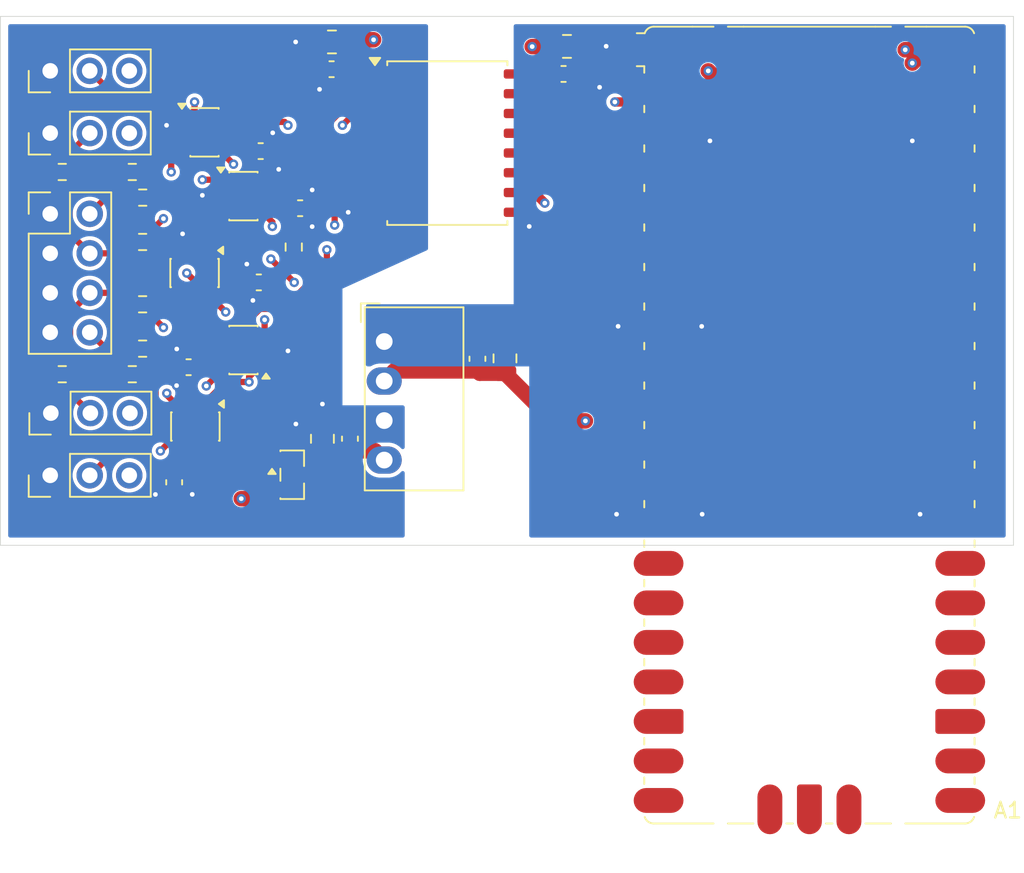
<source format=kicad_pcb>
(kicad_pcb (version 20241229) (generator "pcbnew") (generator_version "9.0")
  (layers (0 "F.Cu" signal) (4 "In1.Cu" signal "GND") (6 "In2.Cu" signal "PWR") (2 "B.Cu" signal) (13 "F.Paste" user) (15 "B.Paste" user) (5 "F.SilkS" user "F.Silkscreen") (7 "B.SilkS" user "B.Silkscreen") (1 "F.Mask" user) (3 "B.Mask" user) (25 "Edge.Cuts" user))
  (net 0 "")
  (net 2 "/+5V_USB")
  (net 4 "Net-(A1-GPIO3)")
  (net 9 "/GND")
  (net 11 "/+3V3")
  (net 25 "Net-(A1-GPIO5)")
  (net 26 "/PWM_SRC")
  (net 27 "Net-(A1-GPIO4)")
  (net 28 "Net-(A1-GPIO2)")
  (net 43 "/V_REF")
  (net 44 "/GND_ISO")
  (net 45 "/+5V_ISO")
  (net 46 "Net-(J1-Pin_2)")
  (net 47 "Net-(J1-Pin_8)")
  (net 48 "Net-(J1-Pin_4)")
  (net 49 "Net-(J1-Pin_6)")
  (net 50 "Net-(J2-Pin_2)")
  (net 51 "Net-(J3-Pin_2)")
  (net 52 "Net-(J4-Pin_2)")
  (net 53 "Net-(J5-Pin_2)")
  (net 54 "/PROT_CH1")
  (net 55 "/PROT_CH2")
  (net 56 "/PROT_CH3")
  (net 57 "/PROT_CH4")
  (net 58 "/PWM_FROM_ISO")
  (net 59 "Net-(U7-A1)")
  (net 60 "Net-(U7-A2)")
  (net 61 "Net-(U7-A3)")
  (net 62 "Net-(U7-A4)")
  (net 65 "/9V_UNREG")
  (footprint "Capacitor_SMD:C_0603_1608Metric" (layer "F.Cu") (at 30.616989 39.549449)
    (property "Reference" "C3" (hide yes))
    (property "Value" "100nF" (hide yes))
  )
  (footprint "Resistor_SMD:R_0603_1608Metric" (layer "F.Cu") (at 27 40)
    (property "Reference" "R8" (hide yes))
    (property "Value" "100k" (hide yes))
  )
  (footprint "Resistor_SMD:R_0603_1608Metric" (layer "F.Cu") (at 27.667931 28.648781 180)
    (property "Reference" "R1" (hide yes))
    (property "Value" "33R" (hide yes))
  )
  (footprint "Package_TO_SOT_SMD:SOT-23" (layer "F.Cu") (at 37.27398 46.462425)
    (property "Reference" "U8" (hide yes))
    (property "Value" "ME6203A50M3G" (hide yes))
  )
  (footprint "Capacitor_SMD:C_0603_1608Metric" (layer "F.Cu") (at 29.689293 46.947354 90)
    (property "Reference" "C2" (hide yes))
    (property "Value" "100nF" (hide yes))
  )
  (footprint "Capacitor_SMD:C_0805_2012Metric" (layer "F.Cu") (at 39.214241 44.150466 90)
    (property "Reference" "C10" (hide yes))
    (property "Value" "10uF" (hide yes))
  )
  (footprint "Package_TO_SOT_SMD:SOT-23-6" (layer "F.Cu") (at 31.6375 24.45)
    (property "Reference" "U3" (hide yes))
    (property "Value" "TLV3501AIDBV" (hide yes))
  )
  (footprint "Capacitor_SMD:C_0603_1608Metric" (layer "F.Cu") (at 54.704536 20.697718 180)
    (property "Reference" "C7" (hide yes))
    (property "Value" "100nF" (hide yes))
  )
  (footprint "Resistor_SMD:R_0603_1608Metric" (layer "F.Cu") (at 22.5 27)
    (property "Reference" "R6" (hide yes))
    (property "Value" "100k" (hide yes))
  )
  (footprint "Package_TO_SOT_SMD:SOT-23-6" (layer "F.Cu") (at 34.140688 38.445578 180)
    (property "Reference" "U4" (hide yes))
    (property "Value" "TLV3501AIDBV" (hide yes))
  )
  (footprint "Package_TO_SOT_SMD:SOT-23-6" (layer "F.Cu") (at 31.05 43.3625 -90)
    (property "Reference" "U5" (hide yes))
    (property "Value" "TLV3501AIDBV" (hide yes))
  )
  (footprint "Resistor_SMD:R_0603_1608Metric" (layer "F.Cu") (at 27.662266 35.50489)
    (property "Reference" "R3" (hide yes))
    (property "Value" "33R" (hide yes))
  )
  (footprint "Connector_PinHeader_2.54mm:PinHeader_1x03_P2.54mm_Vertical" (layer "F.Cu") (at 21.725 20.5 90)
    (property "Reference" "J2" (hide yes))
    (property "Value" "Conn_01x03" (hide yes))
  )
  (footprint "Resistor_SMD:R_0603_1608Metric" (layer "F.Cu") (at 27 27)
    (property "Reference" "R5" (hide yes))
    (property "Value" "100k" (hide yes))
  )
  (footprint "Package_TO_SOT_SMD:SOT-23-6" (layer "F.Cu") (at 31 33.493835 -90)
    (property "Reference" "U6" (hide yes))
    (property "Value" "SRV05-4" (hide yes))
  )
  (footprint "Connector_PinHeader_2.54mm:PinHeader_1x03_P2.54mm_Vertical" (layer "F.Cu") (at 21.725 46.5 90)
    (property "Reference" "J5" (hide yes))
    (property "Value" "Conn_01x03" (hide yes))
  )
  (footprint "Capacitor_SMD:C_0603_1608Metric" (layer "F.Cu") (at 37.781896 29.329814 180)
    (property "Reference" "C4" (hide yes))
    (property "Value" "100nF" (hide yes))
  )
  (footprint "Connector_PinHeader_2.54mm:PinHeader_1x03_P2.54mm_Vertical" (layer "F.Cu") (at 21.765 42.5 90)
    (property "Reference" "J4" (hide yes))
    (property "Value" "Conn_01x03" (hide yes))
  )
  (footprint "Capacitor_SMD:C_0603_1608Metric" (layer "F.Cu") (at 39.802483 20.393417 180)
    (property "Reference" "C6" (hide yes))
    (property "Value" "100nF" (hide yes))
  )
  (footprint "Capacitor_SMD:C_0805_2012Metric" (layer "F.Cu") (at 50.941834 38.982714 -90)
    (property "Reference" "C11" (hide yes))
    (property "Value" "10uF" (hide yes))
  )
  (footprint "Capacitor_SMD:C_0603_1608Metric" (layer "F.Cu") (at 40.982067 44.145108 90)
    (property "Reference" "C9" (hide yes))
    (property "Value" "100nF" (hide yes))
  )
  (footprint "Connector_PinHeader_2.54mm:PinHeader_2x04_P2.54mm_Vertical" (layer "F.Cu") (at 21.725 29.69)
    (property "Reference" "J1" (hide yes))
    (property "Value" "Conn_02x04" (hide yes))
  )
  (footprint "Module:RaspberryPi_Pico_SMD" (layer "F.Cu") (at 70.5 43.27)
    (property "Reference" "A1")
    (property "Value" "RaspberryPi_Pico")
  )
  (footprint "Resistor_SMD:R_0603_1608Metric" (layer "F.Cu") (at 27.662266 31.498597)
    (property "Reference" "R2" (hide yes))
    (property "Value" "33R" (hide yes))
  )
  (footprint "Connector_PinHeader_2.54mm:PinHeader_1x03_P2.54mm_Vertical" (layer "F.Cu") (at 21.725 24.5 90)
    (property "Reference" "J3" (hide yes))
    (property "Value" "Conn_01x03" (hide yes))
  )
  (footprint "Capacitor_SMD:C_0805_2012Metric" (layer "F.Cu") (at 39.82566 18.64092 180)
    (property "Reference" "C12" (hide yes))
    (property "Value" "10uF" (hide yes))
  )
  (footprint "Converter_DCDC:Converter_DCDC_Murata_MEE1SxxxxSC_THT" (layer "F.Cu") (at 43.18388 37.899095)
    (property "Reference" "PS1" (hide yes))
    (property "Value" "B0509S-1W" (hide yes))
  )
  (footprint "Capacitor_SMD:C_0603_1608Metric" (layer "F.Cu") (at 35.247264 25.658842 180)
    (property "Reference" "C5" (hide yes))
    (property "Value" "100nF" (hide yes))
  )
  (footprint "Resistor_SMD:R_0603_1608Metric" (layer "F.Cu") (at 37.371403 31.827268 90)
    (property "Reference" "R9" (hide yes))
    (property "Value" "1k" (hide yes))
  )
  (footprint "Resistor_SMD:R_0603_1608Metric" (layer "F.Cu") (at 27.66295 38.355858 180)
    (property "Reference" "R4" (hide yes))
    (property "Value" "33R" (hide yes))
  )
  (footprint "Package_SO:SOIC-16W_7.5x10.3mm_P1.27mm" (layer "F.Cu") (at 47.23751 25.144671)
    (property "Reference" "U7" (hide yes))
    (property "Value" "Si8661BD-B-IS" (hide yes))
  )
  (footprint "Capacitor_SMD:C_0603_1608Metric" (layer "F.Cu") (at 49.17181 39.008181 -90)
    (property "Reference" "C8" (hide yes))
    (property "Value" "100nF" (hide yes))
  )
  (footprint "Capacitor_SMD:C_0603_1608Metric" (layer "F.Cu") (at 35.127268 34.097731)
    (property "Reference" "C1" (hide yes))
    (property "Value" "1uF" (hide yes))
  )
  (footprint "Package_TO_SOT_SMD:SOT-23-6" (layer "F.Cu") (at 34.1375 28.55)
    (property "Reference" "U2" (hide yes))
    (property "Value" "TLV3501AIDBV" (hide yes))
  )
  (footprint "Capacitor_SMD:C_0805_2012Metric" (layer "F.Cu") (at 54.92458 18.928079 180)
    (property "Reference" "C13" (hide yes))
    (property "Value" "10uF" (hide yes))
  )
  (footprint "Resistor_SMD:R_0603_1608Metric" (layer "F.Cu") (at 22.5 40)
    (property "Reference" "R7" (hide yes))
    (property "Value" "100k" (hide yes))
  )
  (gr_rect (start 18.525961 17) (end 83.61 51) (stroke (width 0.05)) (fill no) (layer "Edge.Cuts"))
  (segment (start 80.19 19.14) (end 77.97 19.14) (width 1) (layer "F.Cu") (net 2))
  (segment (start 49.17181 39.783181) (end 43.839794 39.783181) (width 1) (layer "F.Cu") (net 2))
  (segment (start 50.941834 39.932714) (end 49.321343 39.932714) (width 1) (layer "F.Cu") (net 2))
  (segment (start 56.11 43) (end 54.00912 43) (width 1) (layer "F.Cu") (net 2))
  (segment (start 49.321343 39.932714) (end 49.17181 39.783181) (width 1) (layer "F.Cu") (net 2))
  (segment (start 77.97 19.14) (end 76.661009 19.14) (width 1) (layer "F.Cu") (net 2))
  (segment (start 76.661009 19.14) (end 76.655842 19.145167) (width 1) (layer "F.Cu") (net 2))
  (segment (start 77.97 19.14) (end 77.11 20) (width 1) (layer "F.Cu") (net 2))
  (segment (start 54.00912 43) (end 50.941834 39.932714) (width 1) (layer "F.Cu") (net 2))
  (segment (start 43.839794 39.783181) (end 43.18388 40.439095) (width 1) (layer "F.Cu") (net 2))
  (via (at 76.655842 19.145167) (size 0.6) (drill 0.3) (layers "F.Cu" "B.Cu") (net 2))
  (via (at 77.11 20) (size 0.6) (drill 0.3) (layers "F.Cu" "B.Cu") (net 2))
  (via (at 56.11 43) (size 0.6) (drill 0.3) (layers "F.Cu" "B.Cu") (net 2))
  (segment (start 54.408014 23.239671) (end 60.468343 29.3) (width 0.6) (layer "F.Cu") (net 4))
  (segment (start 51.88751 23.239671) (end 54.408014 23.239671) (width 0.6) (layer "F.Cu") (net 4))
  (segment (start 60.468343 29.3) (end 60.81 29.3) (width 0.6) (layer "F.Cu") (net 4))
  (segment (start 58.73 49.62) (end 58.11 49) (width 1) (layer "F.Cu") (net 9))
  (segment (start 57.432835 18.928079) (end 57.442729 18.918185) (width 1) (layer "F.Cu") (net 9))
  (segment (start 58.21 36.92) (end 52.054548 36.92) (width 1) (layer "F.Cu") (net 9))
  (segment (start 77.89 24.22) (end 77.11 25) (width 1) (layer "F.Cu") (net 9))
  (segment (start 58.21 36.92) (end 60.81 36.92) (width 1) (layer "F.Cu") (net 9))
  (segment (start 55.479536 20.697718) (end 56.163346 20.697718) (width 1) (layer "F.Cu") (net 9))
  (segment (start 49.372277 38.032714) (end 49.17181 38.233181) (width 1) (layer "F.Cu") (net 9))
  (segment (start 55.87458 20.302674) (end 55.479536 20.697718) (width 1) (layer "F.Cu") (net 9))
  (segment (start 49.17181 38.233181) (end 43.517966 38.233181) (width 1) (layer "F.Cu") (net 9))
  (segment (start 60.81 49.62) (end 62.99 49.62) (width 1) (layer "F.Cu") (net 9))
  (segment (start 63.575842 36.92) (end 63.579438 36.923596) (width 1) (layer "F.Cu") (net 9))
  (segment (start 80.19 49.62) (end 78.23 49.62) (width 1) (layer "F.Cu") (net 9))
  (segment (start 43.517966 38.233181) (end 43.18388 37.899095) (width 1) (layer "F.Cu") (net 9))
  (segment (start 56.163346 20.697718) (end 57.020671 21.555043) (width 1) (layer "F.Cu") (net 9))
  (segment (start 60.81 36.92) (end 63.575842 36.92) (width 1) (layer "F.Cu") (net 9))
  (segment (start 55.87458 18.928079) (end 57.432835 18.928079) (width 1) (layer "F.Cu") (net 9))
  (segment (start 78.23 49.62) (end 77.61 49) (width 1) (layer "F.Cu") (net 9))
  (segment (start 51.88751 29.589671) (end 51.88751 29.88751) (width 0.6) (layer "F.Cu") (net 9))
  (segment (start 63.33 24.22) (end 64.11 25) (width 1) (layer "F.Cu") (net 9))
  (segment (start 50.941834 38.032714) (end 49.372277 38.032714) (width 1) (layer "F.Cu") (net 9))
  (segment (start 52.054548 36.92) (end 50.941834 38.032714) (width 1) (layer "F.Cu") (net 9))
  (segment (start 60.81 49.62) (end 58.73 49.62) (width 1) (layer "F.Cu") (net 9))
  (segment (start 62.99 49.62) (end 63.61 49) (width 1) (layer "F.Cu") (net 9))
  (segment (start 80.19 24.22) (end 77.89 24.22) (width 1) (layer "F.Cu") (net 9))
  (segment (start 55.87458 18.928079) (end 55.87458 20.302674) (width 1) (layer "F.Cu") (net 9))
  (segment (start 51.88751 29.88751) (end 52.5 30.5) (width 0.6) (layer "F.Cu") (net 9))
  (segment (start 60.81 24.22) (end 63.33 24.22) (width 1) (layer "F.Cu") (net 9))
  (via (at 57.020671 21.555043) (size 0.6) (drill 0.3) (layers "F.Cu" "B.Cu") (net 9))
  (via (at 52.5 30.5) (size 0.6) (drill 0.3) (layers "F.Cu" "B.Cu") (net 9))
  (via (at 58.11 49) (size 0.6) (drill 0.3) (layers "F.Cu" "B.Cu") (net 9))
  (via (at 64.11 25) (size 0.6) (drill 0.3) (layers "F.Cu" "B.Cu") (net 9))
  (via (at 63.61 49) (size 0.6) (drill 0.3) (layers "F.Cu" "B.Cu") (net 9))
  (via (at 77.11 25) (size 0.6) (drill 0.3) (layers "F.Cu" "B.Cu") (net 9))
  (via (at 63.579438 36.923596) (size 0.6) (drill 0.3) (layers "F.Cu" "B.Cu") (net 9))
  (via (at 57.442729 18.918185) (size 0.6) (drill 0.3) (layers "F.Cu" "B.Cu") (net 9))
  (via (at 77.61 49) (size 0.6) (drill 0.3) (layers "F.Cu" "B.Cu") (net 9))
  (via (at 58.21 36.92) (size 0.6) (drill 0.3) (layers "F.Cu" "B.Cu") (net 9))
  (segment (start 53.927583 20.699671) (end 53.929536 20.697718) (width 0.2) (layer "F.Cu") (net 11))
  (segment (start 52.689871 18.939795) (end 53.962864 18.939795) (width 1) (layer "F.Cu") (net 11))
  (segment (start 53.962864 18.939795) (end 53.97458 18.928079) (width 1) (layer "F.Cu") (net 11))
  (segment (start 51.88751 20.699671) (end 53.927583 20.699671) (width 0.6) (layer "F.Cu") (net 11))
  (segment (start 67.819 24.319) (end 64 20.5) (width 1) (layer "F.Cu") (net 11))
  (segment (start 53.97458 20.652674) (end 53.929536 20.697718) (width 1) (layer "F.Cu") (net 11))
  (segment (start 80.19 29.3) (end 78.3 29.3) (width 1) (layer "F.Cu") (net 11))
  (segment (start 53.97458 18.928079) (end 53.97458 20.652674) (width 1) (layer "F.Cu") (net 11))
  (segment (start 73.319 24.319) (end 78.3 29.3) (width 1) (layer "F.Cu") (net 11))
  (segment (start 73.319 24.319) (end 67.819 24.319) (width 1) (layer "F.Cu") (net 11))
  (via (at 64 20.5) (size 0.6) (drill 0.3) (layers "F.Cu" "B.Cu") (net 11))
  (via (at 52.689871 18.939795) (size 0.6) (drill 0.3) (layers "F.Cu" "B.Cu") (net 11))
  (segment (start 58 30.867162) (end 58 32.5) (width 0.6) (layer "F.Cu") (net 25))
  (segment (start 59.88 34.38) (end 60.81 34.38) (width 0.6) (layer "F.Cu") (net 25))
  (segment (start 58 32.5) (end 59.88 34.38) (width 0.6) (layer "F.Cu") (net 25))
  (segment (start 52.912509 25.779671) (end 58 30.867162) (width 0.6) (layer "F.Cu") (net 25))
  (segment (start 51.88751 25.779671) (end 52.912509 25.779671) (width 0.6) (layer "F.Cu") (net 25))
  (segment (start 51.88751 28.319671) (end 52.819671 28.319671) (width 0.6) (layer "F.Cu") (net 26))
  (segment (start 58 22.5) (end 59.99 22.5) (width 0.6) (layer "F.Cu") (net 26))
  (segment (start 52.819671 28.319671) (end 53.5 29) (width 0.6) (layer "F.Cu") (net 26))
  (segment (start 59.99 22.5) (end 60.81 21.68) (width 0.6) (layer "F.Cu") (net 26))
  (via (at 53.5 29) (size 0.6) (drill 0.3) (layers "F.Cu" "B.Cu") (net 26))
  (via (at 58 22.5) (size 0.6) (drill 0.3) (layers "F.Cu" "B.Cu") (net 26))
  (segment (start 53.121475 24.509671) (end 60.451804 31.84) (width 0.6) (layer "F.Cu") (net 27))
  (segment (start 60.451804 31.84) (end 60.81 31.84) (width 0.6) (layer "F.Cu") (net 27))
  (segment (start 51.88751 24.509671) (end 53.121475 24.509671) (width 0.6) (layer "F.Cu") (net 27))
  (segment (start 51.88751 21.969671) (end 55.635646 21.969671) (width 0.6) (layer "F.Cu") (net 28))
  (segment (start 60.425975 26.76) (end 60.81 26.76) (width 0.6) (layer "F.Cu") (net 28))
  (segment (start 55.635646 21.969671) (end 60.425975 26.76) (width 0.6) (layer "F.Cu") (net 28))
  (segment (start 37.371403 32.652268) (end 37.347731 32.652268) (width 0.2) (layer "F.Cu") (net 43))
  (segment (start 36.652268 33.347731) (end 35.902268 32.597731) (width 0.4) (layer "F.Cu") (net 43))
  (segment (start 34.5 40.175) (end 35.275 39.4) (width 0.4) (layer "F.Cu") (net 43))
  (segment (start 36.652268 33.347731) (end 35.902268 34.097731) (width 0.4) (layer "F.Cu") (net 43))
  (segment (start 33 40.5) (end 32 41.5) (width 0.4) (layer "F.Cu") (net 43))
  (segment (start 32 41.5) (end 32 42.225) (width 0.4) (layer "F.Cu") (net 43))
  (segment (start 31 22.5) (end 31 23) (width 0.4) (layer "F.Cu") (net 43))
  (segment (start 31.5 27.5) (end 32.9 27.5) (width 0.4) (layer "F.Cu") (net 43))
  (segment (start 31 23) (end 30.5 23.5) (width 0.4) (layer "F.Cu") (net 43))
  (segment (start 36.652268 33.347731) (end 37.402268 34.097731) (width 0.4) (layer "F.Cu") (net 43))
  (segment (start 32.9 27.5) (end 33 27.6) (width 0.4) (layer "F.Cu") (net 43))
  (segment (start 34.5 40.5) (end 34.5 40.175) (width 0.4) (layer "F.Cu") (net 43))
  (segment (start 34.5 40.5) (end 33 40.5) (width 0.4) (layer "F.Cu") (net 43))
  (segment (start 37.347731 32.652268) (end 36.652268 33.347731) (width 0.4) (layer "F.Cu") (net 43))
  (via (at 37.402268 34.097731) (size 0.6) (drill 0.3) (layers "F.Cu" "B.Cu") (net 43))
  (via (at 35.902268 32.597731) (size 0.6) (drill 0.3) (layers "F.Cu" "B.Cu") (net 43))
  (via (at 34.5 40.5) (size 0.6) (drill 0.3) (layers "F.Cu" "B.Cu") (net 43))
  (via (at 31.5 27.5) (size 0.6) (drill 0.3) (layers "F.Cu" "B.Cu") (net 43))
  (via (at 31 22.5) (size 0.6) (drill 0.3) (layers "F.Cu" "B.Cu") (net 43))
  (segment (start 29.841989 39.549449) (end 29.841989 40.728658) (width 0.4) (layer "F.Cu") (net 44))
  (segment (start 39.383883 43.370108) (end 39.214241 43.200466) (width 1) (layer "F.Cu") (net 44))
  (segment (start 39.027483 21.686522) (end 39.028339 21.687378) (width 1) (layer "F.Cu") (net 44))
  (segment (start 39.214241 43.200466) (end 37.508905 43.200466) (width 1) (layer "F.Cu") (net 44))
  (segment (start 37.508905 43.200466) (end 37.508905 44.34) (width 1) (layer "F.Cu") (net 44))
  (segment (start 38.556896 29.329814) (end 38.556896 30.510829) (width 0.4) (layer "F.Cu") (net 44))
  (segment (start 29.843524 40.730193) (end 30.217692 40.730193) (width 0.4) (layer "F.Cu") (net 44))
  (segment (start 39.214241 43.200466) (end 39.214241 41.91688) (width 1) (layer "F.Cu") (net 44))
  (segment (start 31.05 41.562501) (end 31.05 42.225) (width 0.4) (layer "F.Cu") (net 44))
  (segment (start 35.275 38.45) (end 36.95 38.45) (width 0.4) (layer "F.Cu") (net 44))
  (segment (start 30.849983 47.722354) (end 30.851051 47.723422) (width 0.2) (layer "F.Cu") (net 44))
  (segment (start 40.870873 29.589671) (end 40.869797 29.590747) (width 0.2) (layer "F.Cu") (net 44))
  (segment (start 30.5 24.45) (end 29.65 24.45) (width 0.4) (layer "F.Cu") (net 44))
  (segment (start 40.982067 43.370108) (end 42.792867 43.370108) (width 1) (layer "F.Cu") (net 44))
  (segment (start 29.689293 47.722354) (end 28.490219 47.722354) (width 0.4) (layer "F.Cu") (net 44))
  (segment (start 37.495459 18.64092) (end 37.494318 18.642061) (width 1) (layer "F.Cu") (net 44))
  (segment (start 42.792867 43.370108) (end 43.18388 42.979095) (width 1) (layer "F.Cu") (net 44))
  (segment (start 34.352268 34.097731) (end 34.352268 32.926081) (width 0.4) (layer "F.Cu") (net 44))
  (segment (start 38.556896 29.329814) (end 38.556896 28.15569) (width 0.4) (layer "F.Cu") (net 44))
  (segment (start 36.022264 24.483532) (end 36.021549 24.482817) (width 0.2) (layer "F.Cu") (net 44))
  (segment (start 34.352268 34.097731) (end 34.352268 34.862318) (width 0.4) (layer "F.Cu") (net 44))
  (segment (start 39.027483 20.393417) (end 39.027483 21.686522) (width 1) (layer "F.Cu") (net 44))
  (segment (start 36.022264 26.447093) (end 36.406357 26.831186) (width 0.4) (layer "F.Cu") (net 44))
  (segment (start 34.352268 34.862318) (end 34.747296 35.257346) (width 0.4) (layer "F.Cu") (net 44))
  (segment (start 31 31.7458) (end 30.230793 30.976593) (width 0.4) (layer "F.Cu") (net 44))
  (segment (start 38.87566 20.241594) (end 39.027483 20.393417) (width 1) (layer "F.Cu") (net 44))
  (segment (start 34.352268 32.926081) (end 34.355927 32.922422) (width 0.2) (layer "F.Cu") (net 44))
  (segment (start 31.55 28.55) (end 31.5 28.5) (width 0.2) (layer "F.Cu") (net 44))
  (segment (start 38.87566 18.64092) (end 37.495459 18.64092) (width 1) (layer "F.Cu") (net 44))
  (segment (start 36.022264 25.658842) (end 36.022264 24.483532) (width 0.4) (layer "F.Cu") (net 44))
  (segment (start 38.556896 30.510829) (end 38.555412 30.512313) (width 0.2) (layer "F.Cu") (net 44))
  (segment (start 30.217692 40.730193) (end 31.05 41.562501) (width 0.4) (layer "F.Cu") (net 44))
  (segment (start 38.556896 28.15569) (end 38.555412 28.154206) (width 0.2) (layer "F.Cu") (net 44))
  (segment (start 29.65 24.45) (end 29.2 24) (width 0.4) (layer "F.Cu") (net 44))
  (segment (start 40.982067 43.370108) (end 39.383883 43.370108) (width 1) (layer "F.Cu") (net 44))
  (segment (start 29.841989 39.549449) (end 29.841989 38.39203) (width 0.4) (layer "F.Cu") (net 44))
  (segment (start 31 32.356335) (end 31 31.7458) (width 0.4) (layer "F.Cu") (net 44))
  (segment (start 29.841989 40.728658) (end 29.843524 40.730193) (width 0.4) (layer "F.Cu") (net 44))
  (segment (start 33 28.55) (end 31.55 28.55) (width 0.4) (layer "F.Cu") (net 44))
  (segment (start 36.022264 25.658842) (end 36.022264 26.447093) (width 0.4) (layer "F.Cu") (net 44))
  (segment (start 29.841989 38.39203) (end 29.855927 38.378092) (width 0.4) (layer "F.Cu") (net 44))
  (segment (start 36.95 38.45) (end 37 38.5) (width 0.2) (layer "F.Cu") (net 44))
  (segment (start 37.508905 44.34) (end 36.33648 45.512425) (width 1) (layer "F.Cu") (net 44))
  (segment (start 29.689293 47.722354) (end 30.849983 47.722354) (width 0.4) (layer "F.Cu") (net 44))
  (segment (start 42.58751 29.589671) (end 40.870873 29.589671) (width 0.6) (layer "F.Cu") (net 44))
  (segment (start 38.87566 18.64092) (end 38.87566 20.241594) (width 1) (layer "F.Cu") (net 44))
  (segment (start 28.490219 47.722354) (end 28.483831 47.728742) (width 0.4) (layer "F.Cu") (net 44))
  (via (at 38.555412 28.154206) (size 0.6) (drill 0.3) (layers "F.Cu" "B.Cu") (net 44))
  (via (at 40.869797 29.590747) (size 0.6) (drill 0.3) (layers "F.Cu" "B.Cu") (net 44))
  (via (at 30.230793 30.976593) (size 0.6) (drill 0.3) (layers "F.Cu" "B.Cu") (net 44))
  (via (at 31.5 28.5) (size 0.6) (drill 0.3) (layers "F.Cu" "B.Cu") (net 44))
  (via (at 39.028339 21.687378) (size 0.6) (drill 0.3) (layers "F.Cu" "B.Cu") (net 44))
  (via (at 38.555412 30.512313) (size 0.6) (drill 0.3) (layers "F.Cu" "B.Cu") (net 44))
  (via (at 37.494318 18.642061) (size 0.6) (drill 0.3) (layers "F.Cu" "B.Cu") (net 44))
  (via (at 37 38.5) (size 0.6) (drill 0.3) (layers "F.Cu" "B.Cu") (net 44))
  (via (at 29.843524 40.730193) (size 0.6) (drill 0.3) (layers "F.Cu" "B.Cu") (net 44))
  (via (at 37.508905 43.200466) (size 0.6) (drill 0.3) (layers "F.Cu" "B.Cu") (net 44))
  (via (at 29.2 24) (size 0.6) (drill 0.3) (layers "F.Cu" "B.Cu") (net 44))
  (via (at 36.021549 24.482817) (size 0.6) (drill 0.3) (layers "F.Cu" "B.Cu") (net 44))
  (via (at 29.855927 38.378092) (size 0.6) (drill 0.3) (layers "F.Cu" "B.Cu") (net 44))
  (via (at 39.214241 41.91688) (size 0.6) (drill 0.3) (layers "F.Cu" "B.Cu") (net 44))
  (via (at 30.851051 47.723422) (size 0.6) (drill 0.3) (layers "F.Cu" "B.Cu") (net 44))
  (via (at 36.406357 26.831186) (size 0.6) (drill 0.3) (layers "F.Cu" "B.Cu") (net 44))
  (via (at 34.747296 35.257346) (size 0.6) (drill 0.3) (layers "F.Cu" "B.Cu") (net 44))
  (via (at 28.483831 47.728742) (size 0.6) (drill 0.3) (layers "F.Cu" "B.Cu") (net 44))
  (via (at 34.355927 32.922422) (size 0.6) (drill 0.3) (layers "F.Cu" "B.Cu") (net 44))
  (segment (start 33.644072 37.5) (end 34.147766 38.003694) (width 0.2) (layer "F.Cu") (net 45))
  (segment (start 32.148791 23.5) (end 31.623138 24.025653) (width 0.2) (layer "F.Cu") (net 45))
  (segment (start 40.883737 20.699671) (end 40.577483 20.393417) (width 0.6) (layer "F.Cu") (net 45))
  (segment (start 33.003188 39.506862) (end 31.755025 40.755025) (width 0.4) (layer "F.Cu") (net 45))
  (segment (start 31.623138 24.910637) (end 32.112501 25.4) (width 0.2) (layer "F.Cu") (net 45))
  (segment (start 32.775 23.5) (end 32.148791 23.5) (width 0.2) (layer "F.Cu") (net 45))
  (segment (start 31.474207 43.337877) (end 32 43.86367) (width 0.2) (layer "F.Cu") (net 45))
  (segment (start 30.599624 43.337877) (end 30.1 43.837501) (width 0.2) (layer "F.Cu") (net 45))
  (segment (start 29.240965 44.5) (end 28.806978 44.933987) (width 0.4) (layer "F.Cu") (net 45))
  (segment (start 32 43.86367) (end 32 44.5) (width 0.2) (layer "F.Cu") (net 45))
  (segment (start 34.116728 28.095504) (end 34.116728 29.004227) (width 0.2) (layer "F.Cu") (net 45))
  (segment (start 33 37.5) (end 33.644072 37.5) (width 0.2) (layer "F.Cu") (net 45))
  (segment (start 34 48) (end 35.748905 48) (width 1) (layer "F.Cu") (net 45))
  (segment (start 40.77566 20.19524) (end 40.577483 20.393417) (width 1) (layer "F.Cu") (net 45))
  (segment (start 33.5 25.658842) (end 33.033842 25.658842) (width 0.4) (layer "F.Cu") (net 45))
  (segment (start 36 30.225) (end 35.275 29.5) (width 0.4) (layer "F.Cu") (net 45))
  (segment (start 36 30.5) (end 36 30.225) (width 0.4) (layer "F.Cu") (net 45))
  (segment (start 34.472264 25.658842) (end 33.5 25.658842) (width 0.4) (layer "F.Cu") (net 45))
  (segment (start 42.58751 20.699671) (end 40.883737 20.699671) (width 0.6) (layer "F.Cu") (net 45))
  (segment (start 32.775 25.775) (end 33.5 26.5) (width 0.4) (layer "F.Cu") (net 45))
  (segment (start 32.850551 39.549449) (end 33 39.4) (width 0.4) (layer "F.Cu") (net 45))
  (segment (start 42.5 18.5) (end 40.91658 18.5) (width 1) (layer "F.Cu") (net 45))
  (segment (start 32.112501 25.4) (end 32.775 25.4) (width 0.2) (layer "F.Cu") (net 45))
  (segment (start 40.77566 18.64092) (end 40.77566 20.19524) (width 1) (layer "F.Cu") (net 45))
  (segment (start 37.006896 29.329814) (end 35.445186 29.329814) (width 0.4) (layer "F.Cu") (net 45))
  (segment (start 30.1 43.837501) (end 30.1 44.5) (width 0.2) (layer "F.Cu") (net 45))
  (segment (start 32.775 25.4) (end 32.775 25.775) (width 0.4) (layer "F.Cu") (net 45))
  (segment (start 34.116728 29.004227) (end 34.612501 29.5) (width 0.2) (layer "F.Cu") (net 45))
  (segment (start 34.612501 29.5) (end 35.275 29.5) (width 0.2) (layer "F.Cu") (net 45))
  (segment (start 34.147766 38.003694) (end 34.147766 38.914733) (width 0.2) (layer "F.Cu") (net 45))
  (segment (start 31.474207 43.337877) (end 30.599624 43.337877) (width 0.2) (layer "F.Cu") (net 45))
  (segment (start 30.5 33.5) (end 31 34) (width 0.4) (layer "F.Cu") (net 45))
  (segment (start 29.689293 46.172354) (end 29.689293 44.910707) (width 0.4) (layer "F.Cu") (net 45))
  (segment (start 33.662499 39.4) (end 33 39.4) (width 0.2) (layer "F.Cu") (net 45))
  (segment (start 31.391989 39.549449) (end 32.850551 39.549449) (width 0.4) (layer "F.Cu") (net 45))
  (segment (start 33.033842 25.658842) (end 32.775 25.4) (width 0.4) (layer "F.Cu") (net 45))
  (segment (start 33.003188 39.395578) (end 33.003188 39.506862) (width 0.2) (layer "F.Cu") (net 45))
  (segment (start 34.612232 27.6) (end 34.116728 28.095504) (width 0.2) (layer "F.Cu") (net 45))
  (segment (start 35.275 27.6) (end 34.612232 27.6) (width 0.2) (layer "F.Cu") (net 45))
  (segment (start 34.147766 38.914733) (end 33.662499 39.4) (width 0.2) (layer "F.Cu") (net 45))
  (segment (start 31 34) (end 31 34.631335) (width 0.4) (layer "F.Cu") (net 45))
  (segment (start 35.748905 48) (end 36.33648 47.412425) (width 1) (layer "F.Cu") (net 45))
  (segment (start 30.1 44.5) (end 29.240965 44.5) (width 0.4) (layer "F.Cu") (net 45))
  (segment (start 31.623138 24.025653) (end 31.623138 24.910637) (width 0.2) (layer "F.Cu") (net 45))
  (segment (start 29.689293 44.910707) (end 30.1 44.5) (width 0.4) (layer "F.Cu") (net 45))
  (segment (start 35.445186 29.329814) (end 35.275 29.5) (width 0.4) (layer "F.Cu") (net 45))
  (segment (start 40.91658 18.5) (end 40.77566 18.64092) (width 1) (layer "F.Cu") (net 45))
  (via (at 33.5 26.5) (size 0.6) (drill 0.3) (layers "F.Cu" "B.Cu") (net 45))
  (via (at 28.806978 44.933987) (size 0.6) (drill 0.3) (layers "F.Cu" "B.Cu") (net 45))
  (via (at 36 30.5) (size 0.6) (drill 0.3) (layers "F.Cu" "B.Cu") (net 45))
  (via (at 30.5 33.5) (size 0.6) (drill 0.3) (layers "F.Cu" "B.Cu") (net 45))
  (via (at 31.755025 40.755025) (size 0.6) (drill 0.3) (layers "F.Cu" "B.Cu") (net 45))
  (via (at 42.5 18.5) (size 0.6) (drill 0.3) (layers "F.Cu" "B.Cu") (net 45))
  (via (at 34 48) (size 0.6) (drill 0.3) (layers "F.Cu" "B.Cu") (net 45))
  (segment (start 25.306219 28.648781) (end 26.175 27.78) (width 0.4) (layer "F.Cu") (net 46))
  (segment (start 24.265 29.69) (end 25.306219 28.648781) (width 0.4) (layer "F.Cu") (net 46))
  (segment (start 26.175 27.78) (end 26.175 27) (width 0.4) (layer "F.Cu") (net 46))
  (segment (start 25.306219 28.648781) (end 26.842931 28.648781) (width 0.4) (layer "F.Cu") (net 46))
  (segment (start 25.310858 38.355858) (end 26.175 39.22) (width 0.4) (layer "F.Cu") (net 47))
  (segment (start 24.265 37.31) (end 25.310858 38.355858) (width 0.4) (layer "F.Cu") (net 47))
  (segment (start 25.310858 38.355858) (end 26.83795 38.355858) (width 0.4) (layer "F.Cu") (net 47))
  (segment (start 26.175 39.22) (end 26.175 40) (width 0.4) (layer "F.Cu") (net 47))
  (segment (start 22.976 28.301) (end 21.675 27) (width 0.4) (layer "F.Cu") (net 48))
  (segment (start 22.976 30.941) (end 22.976 28.301) (width 0.4) (layer "F.Cu") (net 48))
  (segment (start 24.265 32.23) (end 26.105863 32.23) (width 0.4) (layer "F.Cu") (net 48))
  (segment (start 24.265 32.23) (end 22.976 30.941) (width 0.4) (layer "F.Cu") (net 48))
  (segment (start 26.105863 32.23) (end 26.837266 31.498597) (width 0.4) (layer "F.Cu") (net 48))
  (segment (start 23 38.675) (end 21.675 40) (width 0.4) (layer "F.Cu") (net 49))
  (segment (start 24.265 34.77) (end 23 36.035) (width 0.4) (layer "F.Cu") (net 49))
  (segment (start 26.102376 34.77) (end 26.837266 35.50489) (width 0.4) (layer "F.Cu") (net 49))
  (segment (start 24.265 34.77) (end 26.102376 34.77) (width 0.4) (layer "F.Cu") (net 49))
  (segment (start 23 36.035) (end 23 38.675) (width 0.4) (layer "F.Cu") (net 49))
  (segment (start 26.265 22.5) (end 24.265 20.5) (width 0.4) (layer "F.Cu") (net 50))
  (segment (start 27.825 27) (end 28.5 26.325) (width 0.4) (layer "F.Cu") (net 50))
  (segment (start 28.5 26.325) (end 28.5 23) (width 0.4) (layer "F.Cu") (net 50))
  (segment (start 28 22.5) (end 26.265 22.5) (width 0.4) (layer "F.Cu") (net 50))
  (segment (start 28.5 23) (end 28 22.5) (width 0.4) (layer "F.Cu") (net 50))
  (segment (start 23.325 25.44) (end 24.265 24.5) (width 0.4) (layer "F.Cu") (net 51))
  (segment (start 23.325 27) (end 23.325 25.44) (width 0.4) (layer "F.Cu") (net 51))
  (segment (start 23.325 40) (end 23.325 41.52) (width 0.4) (layer "F.Cu") (net 52))
  (segment (start 23.325 41.52) (end 24.305 42.5) (width 0.4) (layer "F.Cu") (net 52))
  (segment (start 24.298789 46.5) (end 24.265 46.5) (width 0.4) (layer "F.Cu") (net 53))
  (segment (start 27.825 40.060263) (end 28.5 40.735263) (width 0.4) (layer "F.Cu") (net 53))
  (segment (start 28.5 44.033789) (end 27.986763 44.547026) (width 0.4) (layer "F.Cu") (net 53))
  (segment (start 26.251763 44.547026) (end 24.298789 46.5) (width 0.4) (layer "F.Cu") (net 53))
  (segment (start 27.986763 44.547026) (end 26.251763 44.547026) (width 0.4) (layer "F.Cu") (net 53))
  (segment (start 27.825 40) (end 27.825 40.060263) (width 0.4) (layer "F.Cu") (net 53))
  (segment (start 28.5 40.735263) (end 28.5 44.033789) (width 0.4) (layer "F.Cu") (net 53))
  (segment (start 33 31.306335) (end 33 29.5) (width 0.4) (layer "F.Cu") (net 54))
  (segment (start 28.892931 28.648781) (end 31.95 31.70585) (width 0.4) (layer "F.Cu") (net 54))
  (segment (start 31.95 32.356335) (end 33 31.306335) (width 0.4) (layer "F.Cu") (net 54))
  (segment (start 28.492931 28.648781) (end 28.892931 28.648781) (width 0.4) (layer "F.Cu") (net 54))
  (segment (start 31.95 31.70585) (end 31.95 32.356335) (width 0.4) (layer "F.Cu") (net 54))
  (segment (start 28.487266 30.512734) (end 29 30) (width 0.4) (layer "F.Cu") (net 55))
  (segment (start 29.5 27) (end 29.5 26.4) (width 0.4) (layer "F.Cu") (net 55))
  (segment (start 28.487266 31.498597) (end 28.487266 30.512734) (width 0.4) (layer "F.Cu") (net 55))
  (segment (start 28.487266 31.498597) (end 29.192262 31.498597) (width 0.4) (layer "F.Cu") (net 55))
  (segment (start 29.5 26.4) (end 30.5 25.4) (width 0.4) (layer "F.Cu") (net 55))
  (segment (start 29.192262 31.498597) (end 30.05 32.356335) (width 0.4) (layer "F.Cu") (net 55))
  (via (at 29.5 27) (size 0.6) (drill 0.3) (layers "F.Cu" "B.Cu") (net 55))
  (via (at 29 30) (size 0.6) (drill 0.3) (layers "F.Cu" "B.Cu") (net 55))
  (segment (start 28.487266 36.487266) (end 29 37) (width 0.4) (layer "F.Cu") (net 56))
  (segment (start 28.487266 35.50489) (end 29.176445 35.50489) (width 0.4) (layer "F.Cu") (net 56))
  (segment (start 29.176445 35.50489) (end 30.05 34.631335) (width 0.4) (layer "F.Cu") (net 56))
  (segment (start 35.5 36.5) (end 35.5 37.273766) (width 0.4) (layer "F.Cu") (net 56))
  (segment (start 28.487266 35.50489) (end 28.487266 36.487266) (width 0.4) (layer "F.Cu") (net 56))
  (segment (start 35.5 37.273766) (end 35.278188 37.495578) (width 0.4) (layer "F.Cu") (net 56))
  (via (at 29 37) (size 0.6) (drill 0.3) (layers "F.Cu" "B.Cu") (net 56))
  (via (at 35.5 36.5) (size 0.6) (drill 0.3) (layers "F.Cu" "B.Cu") (net 56))
  (segment (start 31.95 34.95) (end 33 36) (width 0.4) (layer "F.Cu") (net 57))
  (segment (start 31.95 35.293808) (end 31.95 34.631335) (width 0.4) (layer "F.Cu") (net 57))
  (segment (start 28.88795 38.355858) (end 31.95 35.293808) (width 0.4) (layer "F.Cu") (net 57))
  (segment (start 31.95 34.631335) (end 31.95 34.95) (width 0.4) (layer "F.Cu") (net 57))
  (segment (start 29.214374 41.339374) (end 30.1 42.225) (width 0.4) (layer "F.Cu") (net 57))
  (segment (start 29.214374 41.224333) (end 29.214374 41.339374) (width 0.4) (layer "F.Cu") (net 57))
  (segment (start 28.48795 38.355858) (end 28.88795 38.355858) (width 0.4) (layer "F.Cu") (net 57))
  (via (at 33 36) (size 0.6) (drill 0.3) (layers "F.Cu" "B.Cu") (net 57))
  (via (at 29.214374 41.224333) (size 0.6) (drill 0.3) (layers "F.Cu" "B.Cu") (net 57))
  (segment (start 37.371403 31.002268) (end 37.482448 31.113313) (width 0.2) (layer "F.Cu") (net 58))
  (segment (start 43.612509 28.319671) (end 42.58751 28.319671) (width 0.4) (layer "F.Cu") (net 58))
  (segment (start 44.5 29.207162) (end 43.612509 28.319671) (width 0.4) (layer "F.Cu") (net 58))
  (segment (start 44.5 30.5) (end 44.5 29.207162) (width 0.4) (layer "F.Cu") (net 58))
  (segment (start 43.787283 31.212717) (end 44.5 30.5) (width 0.4) (layer "F.Cu") (net 58))
  (segment (start 37.581852 31.212717) (end 43.787283 31.212717) (width 0.4) (layer "F.Cu") (net 58))
  (segment (start 37.482448 31.113313) (end 37.581852 31.212717) (width 0.4) (layer "F.Cu") (net 58))
  (segment (start 35.937499 28.55) (end 35.275 28.55) (width 0.4) (layer "F.Cu") (net 59))
  (segment (start 41.530329 21.969671) (end 39.5 24) (width 0.4) (layer "F.Cu") (net 59))
  (segment (start 39.5 24.987499) (end 35.937499 28.55) (width 0.4) (layer "F.Cu") (net 59))
  (segment (start 39.5 24) (end 39.5 24.987499) (width 0.4) (layer "F.Cu") (net 59))
  (segment (start 42.58751 21.969671) (end 41.530329 21.969671) (width 0.4) (layer "F.Cu") (net 59))
  (segment (start 42.58751 23.239671) (end 41.260329 23.239671) (width 0.4) (layer "F.Cu") (net 60))
  (segment (start 37 24) (end 36.781817 23.781817) (width 0.4) (layer "F.Cu") (net 60))
  (segment (start 34.105682 23.781817) (end 33.437499 24.45) (width 0.4) (layer "F.Cu") (net 60))
  (segment (start 41.260329 23.239671) (end 40.5 24) (width 0.4) (layer "F.Cu") (net 60))
  (segment (start 33.437499 24.45) (end 32.775 24.45) (width 0.4) (layer "F.Cu") (net 60))
  (segment (start 36.781817 23.781817) (end 34.105682 23.781817) (width 0.4) (layer "F.Cu") (net 60))
  (via (at 37 24) (size 0.6) (drill 0.3) (layers "F.Cu" "B.Cu") (net 60))
  (via (at 40.5 24) (size 0.6) (drill 0.3) (layers "F.Cu" "B.Cu") (net 60))
  (segment (start 40 26.072182) (end 40 30.413313) (width 0.4) (layer "F.Cu") (net 61))
  (segment (start 42.58751 24.509671) (end 41.562511 24.509671) (width 0.4) (layer "F.Cu") (net 61))
  (segment (start 32.2583 36.794578) (end 31.939688 37.11319) (width 0.4) (layer "F.Cu") (net 61))
  (segment (start 39.5 33) (end 36.701 35.799) (width 0.4) (layer "F.Cu") (net 61))
  (segment (start 31.939688 37.11319) (end 31.939688 38.044577) (width 0.4) (layer "F.Cu") (net 61))
  (segment (start 39.5 32) (end 39.5 33) (width 0.4) (layer "F.Cu") (net 61))
  (segment (start 32.340689 38.445578) (end 33.003188 38.445578) (width 0.4) (layer "F.Cu") (net 61))
  (segment (start 41.562511 24.509671) (end 40 26.072182) (width 0.4) (layer "F.Cu") (net 61))
  (segment (start 35.209636 35.799) (end 34.214058 36.794578) (width 0.4) (layer "F.Cu") (net 61))
  (segment (start 31.939688 38.044577) (end 32.340689 38.445578) (width 0.4) (layer "F.Cu") (net 61))
  (segment (start 36.701 35.799) (end 35.209636 35.799) (width 0.4) (layer "F.Cu") (net 61))
  (segment (start 34.214058 36.794578) (end 32.2583 36.794578) (width 0.4) (layer "F.Cu") (net 61))
  (via (at 40 30.413313) (size 0.6) (drill 0.3) (layers "F.Cu" "B.Cu") (net 61))
  (via (at 39.5 32) (size 0.6) (drill 0.3) (layers "F.Cu" "B.Cu") (net 61))
  (segment (start 45.101 31.399) (end 44 32.5) (width 0.4) (layer "F.Cu") (net 62))
  (segment (start 31.05 45.162499) (end 31.05 44.5) (width 0.4) (layer "F.Cu") (net 62))
  (segment (start 45.101 27.601) (end 45.101 31.399) (width 0.4) (layer "F.Cu") (net 62))
  (segment (start 32.382388 45.5635) (end 31.451001 45.5635) (width 0.4) (layer "F.Cu") (net 62))
  (segment (start 40 34.5) (end 40 37.945888) (width 0.4) (layer "F.Cu") (net 62))
  (segment (start 43.279671 25.779671) (end 45.101 27.601) (width 0.4) (layer "F.Cu") (net 62))
  (segment (start 40 37.945888) (end 32.382388 45.5635) (width 0.4) (layer "F.Cu") (net 62))
  (segment (start 42.58751 25.779671) (end 43.279671 25.779671) (width 0.4) (layer "F.Cu") (net 62))
  (segment (start 42 32.5) (end 40 34.5) (width 0.4) (layer "F.Cu") (net 62))
  (segment (start 31.451001 45.5635) (end 31.05 45.162499) (width 0.4) (layer "F.Cu") (net 62))
  (segment (start 44 32.5) (end 42 32.5) (width 0.4) (layer "F.Cu") (net 62))
  (segment (start 39.214241 45.100466) (end 39.214241 45.459664) (width 1) (layer "F.Cu") (net 65))
  (segment (start 40.982067 44.920108) (end 39.394599 44.920108) (width 1) (layer "F.Cu") (net 65))
  (segment (start 39.214241 45.459664) (end 38.21148 46.462425) (width 1) (layer "F.Cu") (net 65))
  (segment (start 42.584893 44.920108) (end 43.18388 45.519095) (width 1) (layer "F.Cu") (net 65))
  (segment (start 40.982067 44.920108) (end 42.584893 44.920108) (width 1) (layer "F.Cu") (net 65))
  (segment (start 39.394599 44.920108) (end 39.214241 45.100466) (width 1) (layer "F.Cu") (net 65))
  (zone (net 9) (net_name "/GND") (layer "B.Cu") (priority 3) (connect_pads (clearance 0.25)) (min_thickness 0.25) (fill yes (thermal_gap 0.5) (thermal_bridge_width 0.4))
    (polygon (pts (xy 51.5 17) (xy 83.614524 16.999999) (xy 83.608129 51) (xy 52.5 51) (xy 52.5 39.5) (xy 42 39.5) (xy 42 35.5) (xy 51.5 35.5)))
  )
  (zone (net 44) (net_name "/GND_ISO") (layer "B.Cu") (priority 2) (connect_pads (clearance 0.25)) (min_thickness 0.25) (fill yes (thermal_gap 0.5) (thermal_bridge_width 0.4))
    (polygon (pts (xy 18.5 17) (xy 46 17) (xy 46 32) (xy 40.5 34.5) (xy 40.5 42) (xy 44.5 42) (xy 44.5 51) (xy 18.5 51)))
  )
)
</source>
